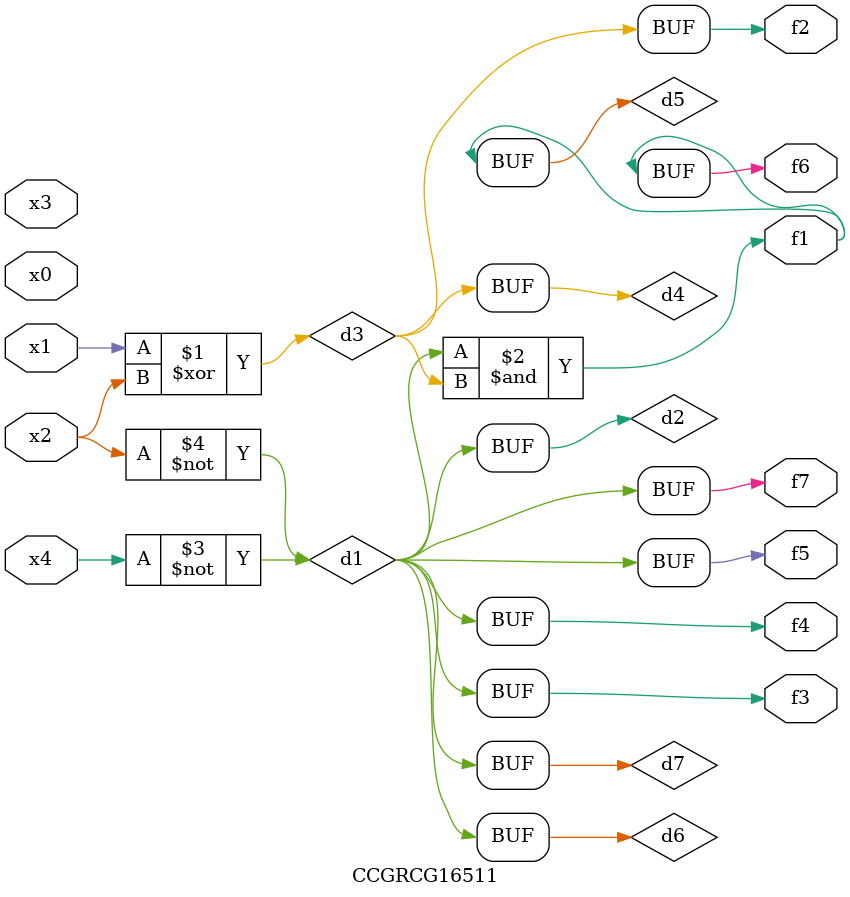
<source format=v>
module CCGRCG16511(
	input x0, x1, x2, x3, x4,
	output f1, f2, f3, f4, f5, f6, f7
);

	wire d1, d2, d3, d4, d5, d6, d7;

	not (d1, x4);
	not (d2, x2);
	xor (d3, x1, x2);
	buf (d4, d3);
	and (d5, d1, d3);
	buf (d6, d1, d2);
	buf (d7, d2);
	assign f1 = d5;
	assign f2 = d4;
	assign f3 = d7;
	assign f4 = d7;
	assign f5 = d7;
	assign f6 = d5;
	assign f7 = d7;
endmodule

</source>
